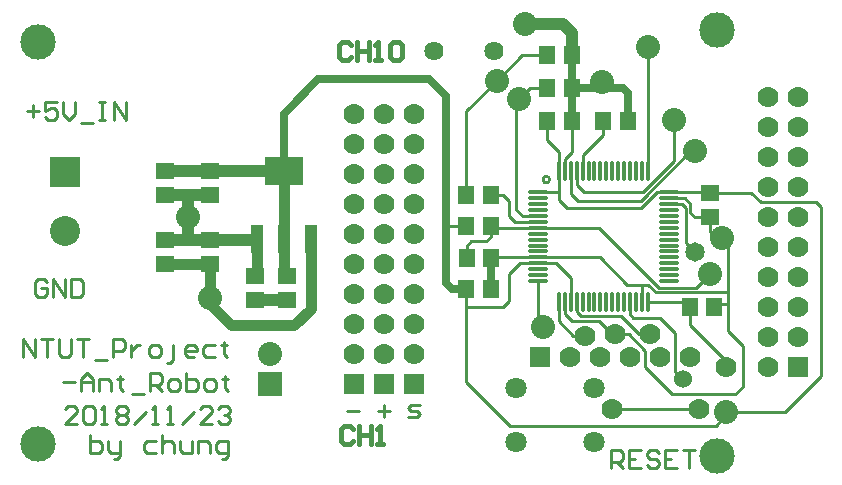
<source format=gtl>
%FSLAX24Y24*%
%MOIN*%
G70*
G01*
G75*
G04 Layer_Physical_Order=1*
G04 Layer_Color=255*
%ADD10C,0.0100*%
%ADD11R,0.0551X0.0591*%
%ADD12R,0.0591X0.0551*%
%ADD13O,0.0709X0.0118*%
%ADD14O,0.0118X0.0709*%
%ADD15R,0.0394X0.0945*%
%ADD16R,0.1299X0.0945*%
%ADD17C,0.0250*%
%ADD18C,0.0400*%
%ADD19C,0.0350*%
%ADD20C,0.0150*%
%ADD21R,0.0700X0.0700*%
%ADD22C,0.0700*%
%ADD23R,0.0800X0.0800*%
%ADD24C,0.0800*%
%ADD25C,0.0709*%
%ADD26C,0.1000*%
%ADD27R,0.1000X0.1000*%
%ADD28R,0.0650X0.0650*%
%ADD29R,0.0700X0.0700*%
%ADD30C,0.0640*%
%ADD31C,0.1181*%
%ADD32C,0.0650*%
%ADD33C,0.0600*%
D10*
X33512Y34443D02*
G03*
X33529Y34429I-62J-93D01*
G01*
X39100Y32400D02*
X39200Y32500D01*
X39050Y30200D02*
X39500D01*
X36826Y34635D02*
Y38776D01*
X33165Y32745D02*
X35205D01*
X36150Y30850D02*
X36630D01*
X35239Y31761D02*
X36150Y30850D01*
X33165Y31761D02*
X35239D01*
X40600Y33600D02*
X42450D01*
X40290Y33910D02*
X40600Y33600D01*
X38100Y32250D02*
X38400Y31950D01*
X38100Y32250D02*
Y33400D01*
X37967Y33533D02*
X38100Y33400D01*
X37535Y33533D02*
X37967D01*
X39100Y32400D02*
X39300D01*
X38900Y32600D02*
X39100Y32400D01*
X38900Y32600D02*
Y33100D01*
X39300Y32400D02*
X39500Y32200D01*
X39200Y32500D02*
X39300Y32400D01*
X39500Y30200D02*
Y32200D01*
X37750Y27950D02*
Y29250D01*
Y27950D02*
X38000Y27700D01*
X35650Y26700D02*
X38550D01*
X38250Y29500D02*
Y30200D01*
Y29500D02*
X39550Y28200D01*
X39450Y26500D02*
Y26600D01*
X39100Y26150D02*
X39450Y26500D01*
X32250Y26150D02*
X39100D01*
X41400Y26600D02*
X42600Y27800D01*
X39450Y26600D02*
X41400D01*
X39450Y28100D02*
X39550Y28200D01*
X39500Y29300D02*
Y30200D01*
X40000Y27450D02*
Y28800D01*
X39500Y29300D02*
X40000Y28800D01*
X39750Y27200D02*
X40000Y27450D01*
X37650Y27200D02*
X39750D01*
X37250Y29750D02*
X37750Y29250D01*
X36350Y29750D02*
X37250D01*
X36236Y29864D02*
X36350Y29750D01*
X36630Y30265D02*
Y30850D01*
X37100Y30600D02*
X39450D01*
X36850Y30850D02*
X37100Y30600D01*
X36630Y30850D02*
X36850D01*
X37200Y30750D02*
X38450D01*
X35205Y32745D02*
X37200Y30750D01*
X36236Y29864D02*
Y30265D01*
X35950Y29800D02*
X36550Y29200D01*
X36900D01*
X30790Y27610D02*
X32250Y26150D01*
X38450Y30750D02*
X38900Y31200D01*
X36750Y28100D02*
Y28650D01*
X36200Y29200D02*
X36750Y28650D01*
X35950Y29200D02*
X36200D01*
X34600Y29800D02*
X35950D01*
X34300Y29650D02*
X35200D01*
X35650Y29200D01*
X35750D01*
X36750Y28100D02*
X37650Y27200D01*
X37126Y33926D02*
X37535D01*
X36600Y33650D02*
X38251Y35301D01*
X36662Y33950D02*
X37700Y34988D01*
X36600Y33400D02*
X37126Y33926D01*
X34700Y33950D02*
X36662D01*
X30790Y30100D02*
Y30700D01*
Y27610D02*
Y30100D01*
X32000D01*
X30100Y32800D02*
X30790D01*
X33874Y33926D02*
Y34635D01*
Y33924D02*
Y33926D01*
X33876D01*
X33165D02*
X33874D01*
Y33676D02*
Y33924D01*
X33876Y33926D01*
X33874Y33676D02*
X34150Y33400D01*
X36600D01*
X32450Y33350D02*
X32661Y33139D01*
X32450Y33350D02*
Y36950D01*
X32661Y33139D02*
X33165D01*
X38251Y35301D02*
X38389D01*
X34500Y33650D02*
X36600D01*
X37700Y34988D02*
Y36350D01*
X32408Y32942D02*
X33165D01*
X32200Y33150D02*
X32408Y32942D01*
X32900Y37400D02*
X33490D01*
X32550Y37050D02*
X32900Y37400D01*
X30790Y36640D02*
X31800Y37650D01*
X32650Y38500D01*
X42600Y27800D02*
Y33450D01*
X42450Y33600D02*
X42600Y33450D01*
X38900Y33910D02*
X40290D01*
X32450Y36950D02*
X32550Y37050D01*
X34267Y33883D02*
Y34635D01*
Y33883D02*
X34500Y33650D01*
X34464Y34186D02*
X34700Y33950D01*
X34464Y34186D02*
Y34635D01*
X34070D02*
Y35052D01*
X34300Y35281D01*
Y36300D01*
X34661Y35161D02*
X35350Y35850D01*
Y36050D01*
X37535Y33926D02*
X38884D01*
X38400Y33100D02*
X38900D01*
X38250Y33250D02*
X38400Y33100D01*
X38250Y33250D02*
Y33550D01*
X38070Y33730D02*
X38250Y33550D01*
X37535Y33730D02*
X38070D01*
X34070Y29880D02*
X34300Y29650D01*
X34070Y29880D02*
Y30265D01*
X34464Y29936D02*
X34600Y29800D01*
X34464Y29936D02*
Y30265D01*
X36826D02*
X38200D01*
X34267D02*
Y31083D01*
X33786Y31564D02*
X34267Y31083D01*
X33165Y31564D02*
X33786D01*
X33490Y35660D02*
X33874Y35276D01*
Y34635D02*
Y35276D01*
Y29626D02*
X34350Y29150D01*
X34750D01*
X33874Y29626D02*
Y30265D01*
X33350Y29450D02*
Y29650D01*
X33165Y29835D02*
X33350Y29650D01*
X33165Y29835D02*
Y30974D01*
X34661Y34635D02*
Y35161D01*
X33490Y35660D02*
Y36300D01*
X30790Y33850D02*
Y36640D01*
X32650Y38500D02*
X33490D01*
X32000Y30100D02*
X32200Y30300D01*
Y31200D01*
X32564Y31564D01*
X33165D01*
X31621Y31761D02*
X33165D01*
X30800Y31750D02*
Y32150D01*
X30950Y32300D01*
X31450D01*
X31600Y32450D01*
Y32800D01*
X31655Y32745D02*
X33165D01*
X31600Y33850D02*
X32000D01*
X32200Y33650D01*
Y33150D02*
Y33650D01*
X17800Y26200D02*
X17400D01*
X17800Y26600D01*
Y26700D01*
X17700Y26800D01*
X17500D01*
X17400Y26700D01*
X18000D02*
X18100Y26800D01*
X18300D01*
X18400Y26700D01*
Y26300D01*
X18300Y26200D01*
X18100D01*
X18000Y26300D01*
Y26700D01*
X18600Y26200D02*
X18800D01*
X18700D01*
Y26800D01*
X18600Y26700D01*
X19099D02*
X19199Y26800D01*
X19399D01*
X19499Y26700D01*
Y26600D01*
X19399Y26500D01*
X19499Y26400D01*
Y26300D01*
X19399Y26200D01*
X19199D01*
X19099Y26300D01*
Y26400D01*
X19199Y26500D01*
X19099Y26600D01*
Y26700D01*
X19199Y26500D02*
X19399D01*
X19699Y26200D02*
X20099Y26600D01*
X20299Y26200D02*
X20499D01*
X20399D01*
Y26800D01*
X20299Y26700D01*
X20799Y26200D02*
X20999D01*
X20899D01*
Y26800D01*
X20799Y26700D01*
X21299Y26200D02*
X21699Y26600D01*
X22298Y26200D02*
X21899D01*
X22298Y26600D01*
Y26700D01*
X22198Y26800D01*
X21999D01*
X21899Y26700D01*
X22498D02*
X22598Y26800D01*
X22798D01*
X22898Y26700D01*
Y26600D01*
X22798Y26500D01*
X22698D01*
X22798D01*
X22898Y26400D01*
Y26300D01*
X22798Y26200D01*
X22598D01*
X22498Y26300D01*
X18250Y25850D02*
Y25250D01*
X18550D01*
X18650Y25350D01*
Y25450D01*
Y25550D01*
X18550Y25650D01*
X18250D01*
X18850D02*
Y25350D01*
X18950Y25250D01*
X19250D01*
Y25150D01*
X19150Y25050D01*
X19050D01*
X19250Y25250D02*
Y25650D01*
X20449D02*
X20149D01*
X20049Y25550D01*
Y25350D01*
X20149Y25250D01*
X20449D01*
X20649Y25850D02*
Y25250D01*
Y25550D01*
X20749Y25650D01*
X20949D01*
X21049Y25550D01*
Y25250D01*
X21249Y25650D02*
Y25350D01*
X21349Y25250D01*
X21649D01*
Y25650D01*
X21849Y25250D02*
Y25650D01*
X22149D01*
X22249Y25550D01*
Y25250D01*
X22649Y25050D02*
X22749D01*
X22849Y25150D01*
Y25650D01*
X22549D01*
X22449Y25550D01*
Y25350D01*
X22549Y25250D01*
X22849D01*
X17350Y27600D02*
X17750D01*
X17950Y27300D02*
Y27700D01*
X18150Y27900D01*
X18350Y27700D01*
Y27300D01*
Y27600D01*
X17950D01*
X18550Y27300D02*
Y27700D01*
X18850D01*
X18949Y27600D01*
Y27300D01*
X19249Y27800D02*
Y27700D01*
X19149D01*
X19349D01*
X19249D01*
Y27400D01*
X19349Y27300D01*
X19649Y27200D02*
X20049D01*
X20249Y27300D02*
Y27900D01*
X20549D01*
X20649Y27800D01*
Y27600D01*
X20549Y27500D01*
X20249D01*
X20449D02*
X20649Y27300D01*
X20949D02*
X21149D01*
X21249Y27400D01*
Y27600D01*
X21149Y27700D01*
X20949D01*
X20849Y27600D01*
Y27400D01*
X20949Y27300D01*
X21449Y27900D02*
Y27300D01*
X21749D01*
X21849Y27400D01*
Y27500D01*
Y27600D01*
X21749Y27700D01*
X21449D01*
X22148Y27300D02*
X22348D01*
X22448Y27400D01*
Y27600D01*
X22348Y27700D01*
X22148D01*
X22048Y27600D01*
Y27400D01*
X22148Y27300D01*
X22748Y27800D02*
Y27700D01*
X22648D01*
X22848D01*
X22748D01*
Y27400D01*
X22848Y27300D01*
X16000Y28450D02*
Y29050D01*
X16400Y28450D01*
Y29050D01*
X16600D02*
X17000D01*
X16800D01*
Y28450D01*
X17200Y29050D02*
Y28550D01*
X17300Y28450D01*
X17500D01*
X17599Y28550D01*
Y29050D01*
X17799D02*
X18199D01*
X17999D01*
Y28450D01*
X18399Y28350D02*
X18799D01*
X18999Y28450D02*
Y29050D01*
X19299D01*
X19399Y28950D01*
Y28750D01*
X19299Y28650D01*
X18999D01*
X19599Y28850D02*
Y28450D01*
Y28650D01*
X19699Y28750D01*
X19799Y28850D01*
X19899D01*
X20299Y28450D02*
X20499D01*
X20599Y28550D01*
Y28750D01*
X20499Y28850D01*
X20299D01*
X20199Y28750D01*
Y28550D01*
X20299Y28450D01*
X20798Y28250D02*
X20898D01*
X20998Y28350D01*
Y28850D01*
X21698Y28450D02*
X21498D01*
X21398Y28550D01*
Y28750D01*
X21498Y28850D01*
X21698D01*
X21798Y28750D01*
Y28650D01*
X21398D01*
X22398Y28850D02*
X22098D01*
X21998Y28750D01*
Y28550D01*
X22098Y28450D01*
X22398D01*
X22698Y28950D02*
Y28850D01*
X22598D01*
X22798D01*
X22698D01*
Y28550D01*
X22798Y28450D01*
X28850Y26450D02*
X29150D01*
X29250Y26550D01*
X29150Y26650D01*
X28950D01*
X28850Y26750D01*
X28950Y26850D01*
X29250D01*
X26800Y26650D02*
X27200D01*
X27850D02*
X28250D01*
X28050Y26850D02*
Y26450D01*
X35600Y24750D02*
Y25350D01*
X35900D01*
X36000Y25250D01*
Y25050D01*
X35900Y24950D01*
X35600D01*
X35800D02*
X36000Y24750D01*
X36600Y25350D02*
X36200D01*
Y24750D01*
X36600D01*
X36200Y25050D02*
X36400D01*
X37199Y25250D02*
X37100Y25350D01*
X36900D01*
X36800Y25250D01*
Y25150D01*
X36900Y25050D01*
X37100D01*
X37199Y24950D01*
Y24850D01*
X37100Y24750D01*
X36900D01*
X36800Y24850D01*
X37799Y25350D02*
X37399D01*
Y24750D01*
X37799D01*
X37399Y25050D02*
X37599D01*
X37999Y25350D02*
X38399D01*
X38199D01*
Y24750D01*
X16150Y36650D02*
X16550D01*
X16350Y36850D02*
Y36450D01*
X17150Y36950D02*
X16750D01*
Y36650D01*
X16950Y36750D01*
X17050D01*
X17150Y36650D01*
Y36450D01*
X17050Y36350D01*
X16850D01*
X16750Y36450D01*
X17350Y36950D02*
Y36550D01*
X17550Y36350D01*
X17749Y36550D01*
Y36950D01*
X17949Y36250D02*
X18349D01*
X18549Y36950D02*
X18749D01*
X18649D01*
Y36350D01*
X18549D01*
X18749D01*
X19049D02*
Y36950D01*
X19449Y36350D01*
Y36950D01*
X16800Y30950D02*
X16700Y31050D01*
X16500D01*
X16400Y30950D01*
Y30550D01*
X16500Y30450D01*
X16700D01*
X16800Y30550D01*
Y30750D01*
X16600D01*
X17000Y30450D02*
Y31050D01*
X17400Y30450D01*
Y31050D01*
X17600D02*
Y30450D01*
X17900D01*
X17999Y30550D01*
Y30950D01*
X17900Y31050D01*
X17600D01*
D11*
X30800Y31750D02*
D03*
X31610D02*
D03*
X34300Y37400D02*
D03*
X33490D02*
D03*
X34300Y38500D02*
D03*
X33490D02*
D03*
X35350Y36300D02*
D03*
X36160D02*
D03*
X31600Y32800D02*
D03*
X30790D02*
D03*
X34300Y36300D02*
D03*
X33490D02*
D03*
X39050Y30100D02*
D03*
X38240D02*
D03*
X31600Y30700D02*
D03*
X30790D02*
D03*
Y33850D02*
D03*
X31600D02*
D03*
D12*
X38900Y33100D02*
D03*
Y33910D02*
D03*
X23750Y30340D02*
D03*
Y31150D02*
D03*
X24800Y30340D02*
D03*
Y31150D02*
D03*
X22250Y33840D02*
D03*
Y34650D02*
D03*
X20750Y33840D02*
D03*
Y34650D02*
D03*
X22250Y31540D02*
D03*
Y32350D02*
D03*
X20750Y31540D02*
D03*
Y32350D02*
D03*
D13*
X33165Y33926D02*
D03*
Y33730D02*
D03*
Y33533D02*
D03*
Y33336D02*
D03*
Y33139D02*
D03*
Y32942D02*
D03*
Y32745D02*
D03*
Y32548D02*
D03*
Y32352D02*
D03*
Y32155D02*
D03*
Y31958D02*
D03*
Y31761D02*
D03*
Y31564D02*
D03*
Y31367D02*
D03*
Y31170D02*
D03*
Y30974D02*
D03*
X37535D02*
D03*
Y31170D02*
D03*
Y31367D02*
D03*
Y31564D02*
D03*
Y31761D02*
D03*
Y31958D02*
D03*
Y32155D02*
D03*
Y32352D02*
D03*
Y32548D02*
D03*
Y32745D02*
D03*
Y32942D02*
D03*
Y33139D02*
D03*
Y33336D02*
D03*
Y33533D02*
D03*
Y33730D02*
D03*
Y33926D02*
D03*
D14*
X33874Y30265D02*
D03*
X34070D02*
D03*
X34267D02*
D03*
X34464D02*
D03*
X34661D02*
D03*
X34858D02*
D03*
X35055D02*
D03*
X35252D02*
D03*
X35448D02*
D03*
X35645D02*
D03*
X35842D02*
D03*
X36039D02*
D03*
X36236D02*
D03*
X36433D02*
D03*
X36630D02*
D03*
X36826D02*
D03*
Y34635D02*
D03*
X36630D02*
D03*
X36433D02*
D03*
X36236D02*
D03*
X36039D02*
D03*
X35842D02*
D03*
X35645D02*
D03*
X35448D02*
D03*
X35252D02*
D03*
X35055D02*
D03*
X34858D02*
D03*
X34661D02*
D03*
X34464D02*
D03*
X34267D02*
D03*
X34070D02*
D03*
X33874D02*
D03*
D15*
X23794Y32358D02*
D03*
X24700D02*
D03*
X25606D02*
D03*
D16*
X24700Y34642D02*
D03*
D17*
X29550Y37700D02*
X30100Y37150D01*
X25850Y37700D02*
X29550D01*
X24700Y36550D02*
X25850Y37700D01*
X34300Y37400D02*
X36000D01*
X30100Y32800D02*
Y37150D01*
Y30900D02*
Y32800D01*
X24700Y34642D02*
Y36550D01*
X34300Y36300D02*
Y37400D01*
X36160Y36300D02*
Y37240D01*
X36000Y37400D02*
X36160Y37240D01*
X34300Y37400D02*
Y38500D01*
X30300Y30700D02*
X30790D01*
X30100Y30900D02*
X30300Y30700D01*
X31610Y30710D02*
Y31750D01*
D18*
X34300Y38500D02*
Y39250D01*
X34000Y39550D02*
X34300Y39250D01*
X32750Y39550D02*
X34000D01*
X21500Y33100D02*
Y33840D01*
Y32400D02*
Y33100D01*
Y33840D02*
X22250D01*
X20750D02*
X21500D01*
X20750Y32350D02*
X22250D01*
X23750Y30340D02*
X24800D01*
X22250Y32350D02*
X23786D01*
X22250Y34650D02*
X24692D01*
X20750D02*
X22250D01*
D19*
X24692Y32367D02*
Y34650D01*
X22250Y30400D02*
Y31540D01*
Y30200D02*
Y30400D01*
Y30200D02*
X22950Y29500D01*
X25050D01*
X25606Y30056D01*
Y32358D01*
X20750Y31540D02*
X22250D01*
X24700Y31250D02*
Y32358D01*
X23794Y31194D02*
Y32358D01*
D20*
X27000Y26050D02*
X26900Y26150D01*
X26700D01*
X26600Y26050D01*
Y25650D01*
X26700Y25550D01*
X26900D01*
X27000Y25650D01*
X27200Y26150D02*
Y25550D01*
Y25850D01*
X27600D01*
Y26150D01*
Y25550D01*
X27800D02*
X28000D01*
X27900D01*
Y26150D01*
X27800Y26050D01*
X26950Y38850D02*
X26850Y38950D01*
X26650D01*
X26550Y38850D01*
Y38450D01*
X26650Y38350D01*
X26850D01*
X26950Y38450D01*
X27150Y38950D02*
Y38350D01*
Y38650D01*
X27550D01*
Y38950D01*
Y38350D01*
X27750D02*
X27950D01*
X27850D01*
Y38950D01*
X27750Y38850D01*
X28249D02*
X28349Y38950D01*
X28549D01*
X28649Y38850D01*
Y38450D01*
X28549Y38350D01*
X28349D01*
X28249Y38450D01*
Y38850D01*
D21*
X29050Y27550D02*
D03*
X27050D02*
D03*
X28050D02*
D03*
D22*
X29050Y28550D02*
D03*
Y30550D02*
D03*
Y31550D02*
D03*
Y32550D02*
D03*
Y33550D02*
D03*
Y34550D02*
D03*
Y35550D02*
D03*
Y36550D02*
D03*
Y29550D02*
D03*
X27050Y28550D02*
D03*
Y30550D02*
D03*
Y31550D02*
D03*
Y32550D02*
D03*
Y33550D02*
D03*
Y34550D02*
D03*
Y35550D02*
D03*
Y36550D02*
D03*
Y29550D02*
D03*
X40850Y37100D02*
D03*
X41850D02*
D03*
X40850Y36100D02*
D03*
X41850D02*
D03*
X40850Y35100D02*
D03*
X41850D02*
D03*
X40850Y34100D02*
D03*
X41850D02*
D03*
X40850Y33100D02*
D03*
X41850D02*
D03*
X40850Y32100D02*
D03*
X41850D02*
D03*
X40850Y31100D02*
D03*
X41850D02*
D03*
X40850Y30100D02*
D03*
X41850D02*
D03*
X40850Y29100D02*
D03*
X41850D02*
D03*
X40850Y28100D02*
D03*
X28050Y29550D02*
D03*
Y36550D02*
D03*
Y35550D02*
D03*
Y34550D02*
D03*
Y33550D02*
D03*
Y32550D02*
D03*
Y31550D02*
D03*
Y30550D02*
D03*
Y28550D02*
D03*
X38250Y28450D02*
D03*
X37250D02*
D03*
X36250D02*
D03*
X35250D02*
D03*
X34250D02*
D03*
X38550Y26700D02*
D03*
X39450Y28100D02*
D03*
X36900Y29200D02*
D03*
X35650Y26700D02*
D03*
X35750Y29200D02*
D03*
X34750Y29150D02*
D03*
D23*
X24250Y27550D02*
D03*
D24*
Y28550D02*
D03*
X36826Y38776D02*
D03*
X39300Y32400D02*
D03*
X32750Y39550D02*
D03*
X39450Y26600D02*
D03*
X38900Y31200D02*
D03*
X31800Y37650D02*
D03*
X35300Y37600D02*
D03*
X32550Y37050D02*
D03*
X38395Y35295D02*
D03*
X37700Y36350D02*
D03*
X33350Y29450D02*
D03*
X22250Y30400D02*
D03*
X21500Y33100D02*
D03*
D25*
X35048Y25600D02*
D03*
Y27411D02*
D03*
X32450D02*
D03*
Y25600D02*
D03*
D26*
X17400Y32631D02*
D03*
D27*
Y34600D02*
D03*
D28*
X41850Y28100D02*
D03*
D29*
X33250Y28450D02*
D03*
D30*
X29700Y38650D02*
D03*
X31700D02*
D03*
D31*
X39150Y25150D02*
D03*
Y39350D02*
D03*
X16500Y25550D02*
D03*
Y38950D02*
D03*
D32*
X38400Y31950D02*
D03*
D33*
X38000Y27700D02*
D03*
M02*

</source>
